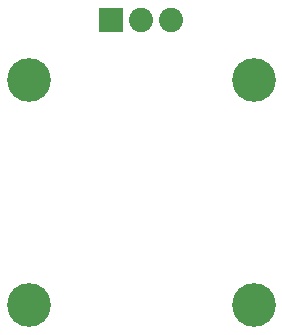
<source format=gbr>
G04 #@! TF.FileFunction,Soldermask,Bot*
%FSLAX46Y46*%
G04 Gerber Fmt 4.6, Leading zero omitted, Abs format (unit mm)*
G04 Created by KiCad (PCBNEW 4.0.7-e2-6376~58~ubuntu16.04.1) date Fri Jan 12 15:17:18 2018*
%MOMM*%
%LPD*%
G01*
G04 APERTURE LIST*
%ADD10C,0.100000*%
%ADD11R,2.051000X2.051000*%
%ADD12C,2.051000*%
%ADD13C,3.702000*%
G04 APERTURE END LIST*
D10*
D11*
X60960000Y-48895000D03*
D12*
X63500000Y-48895000D03*
X66040000Y-48895000D03*
D13*
X53975000Y-53975000D03*
X73025000Y-53975000D03*
X73025000Y-73025000D03*
X53975000Y-73025000D03*
M02*

</source>
